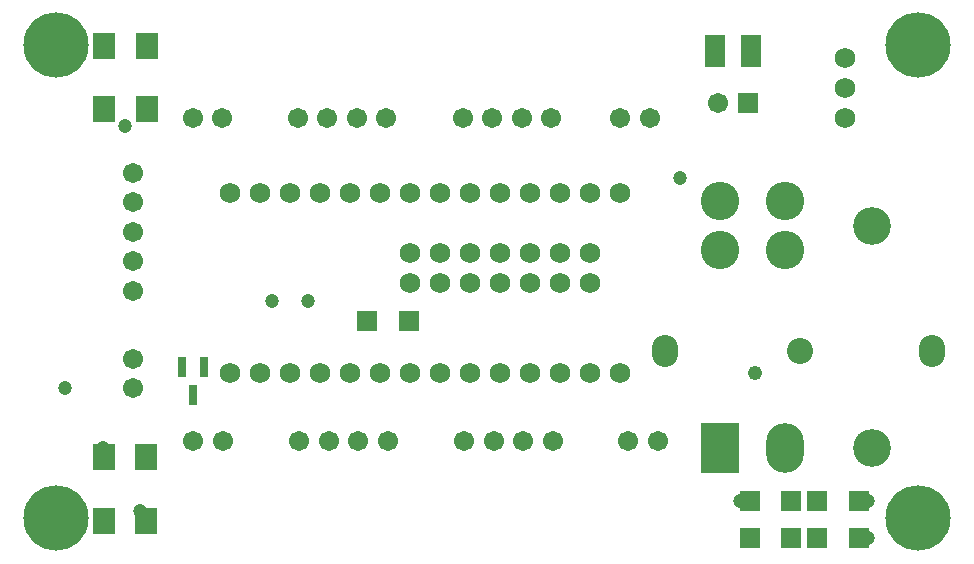
<source format=gts>
G04 Layer_Color=8388736*
%FSLAX25Y25*%
%MOIN*%
G70*
G01*
G75*
%ADD38R,0.07493X0.08674*%
%ADD39R,0.06706X0.06706*%
%ADD40R,0.03162X0.06509*%
%ADD41R,0.06706X0.11036*%
%ADD42C,0.06706*%
%ADD43C,0.12800*%
%ADD44C,0.12611*%
%ADD45C,0.06800*%
%ADD46C,0.21745*%
%ADD47R,0.12611X0.16548*%
%ADD48O,0.12611X0.16548*%
%ADD49O,0.08674X0.10642*%
%ADD50C,0.08674*%
%ADD51C,0.04737*%
%ADD52C,0.04800*%
D38*
X42000Y10740D02*
D03*
X27827D02*
D03*
Y32000D02*
D03*
X42000D02*
D03*
X28000Y169260D02*
D03*
X42173D02*
D03*
Y148000D02*
D03*
X28000D02*
D03*
D39*
X115610Y77500D02*
D03*
X129390D02*
D03*
X279390Y17500D02*
D03*
X265610D02*
D03*
X279390Y5000D02*
D03*
X265610D02*
D03*
X243110Y17500D02*
D03*
X256890D02*
D03*
X243110Y5000D02*
D03*
X256890D02*
D03*
X242500Y150000D02*
D03*
D40*
X57500Y52874D02*
D03*
X53760Y62126D02*
D03*
X61240D02*
D03*
D41*
X243406Y167500D02*
D03*
X231594D02*
D03*
D42*
X232500Y150000D02*
D03*
X57500Y145000D02*
D03*
X67343D02*
D03*
X67500Y37500D02*
D03*
X57657D02*
D03*
X200000Y145000D02*
D03*
X209842D02*
D03*
X212500Y37500D02*
D03*
X202658D02*
D03*
X157343Y145000D02*
D03*
X147500D02*
D03*
X167185D02*
D03*
X177028D02*
D03*
X102342D02*
D03*
X92500D02*
D03*
X112185D02*
D03*
X122028D02*
D03*
X167657Y37500D02*
D03*
X177500D02*
D03*
X157815D02*
D03*
X147972D02*
D03*
X112657D02*
D03*
X122500D02*
D03*
X102815D02*
D03*
X92972D02*
D03*
X37500Y55000D02*
D03*
Y64842D02*
D03*
Y97342D02*
D03*
Y87500D02*
D03*
Y107185D02*
D03*
Y117028D02*
D03*
Y126870D02*
D03*
D43*
X233347Y117500D02*
D03*
X255000Y100965D02*
D03*
Y117500D02*
D03*
X233347Y100965D02*
D03*
D44*
X283740Y109232D02*
D03*
Y35000D02*
D03*
D45*
X80000Y60000D02*
D03*
X90000D02*
D03*
X100000D02*
D03*
X110000D02*
D03*
X120000D02*
D03*
X130000D02*
D03*
X140000D02*
D03*
X150000D02*
D03*
X160000D02*
D03*
X170000D02*
D03*
X180000D02*
D03*
X190000D02*
D03*
X200000D02*
D03*
Y120000D02*
D03*
X190000D02*
D03*
X180000D02*
D03*
X170000D02*
D03*
X160000D02*
D03*
X150000D02*
D03*
X140000D02*
D03*
X130000D02*
D03*
X120000D02*
D03*
X110000D02*
D03*
X100000D02*
D03*
X150000Y90000D02*
D03*
X160000D02*
D03*
X170000D02*
D03*
X180000D02*
D03*
X190000D02*
D03*
Y100000D02*
D03*
X180000D02*
D03*
X170000D02*
D03*
X160000D02*
D03*
X150000D02*
D03*
X130000Y90000D02*
D03*
Y100000D02*
D03*
X140000D02*
D03*
Y90000D02*
D03*
X90000Y120000D02*
D03*
X80000D02*
D03*
X70000D02*
D03*
Y60000D02*
D03*
X275000Y165000D02*
D03*
Y155000D02*
D03*
Y145000D02*
D03*
D46*
X299213Y11811D02*
D03*
Y169291D02*
D03*
X11811D02*
D03*
Y11811D02*
D03*
D47*
X233347Y35000D02*
D03*
D48*
X255000D02*
D03*
D49*
X303976Y67500D02*
D03*
X215000D02*
D03*
D50*
X260000D02*
D03*
D51*
X35000Y142500D02*
D03*
X40000Y14000D02*
D03*
X84000Y84000D02*
D03*
X96000D02*
D03*
X240000Y17500D02*
D03*
X282500Y5000D02*
D03*
Y17500D02*
D03*
X15000Y55000D02*
D03*
X27500Y35000D02*
D03*
X220000Y125000D02*
D03*
D52*
X245000Y60000D02*
D03*
M02*

</source>
